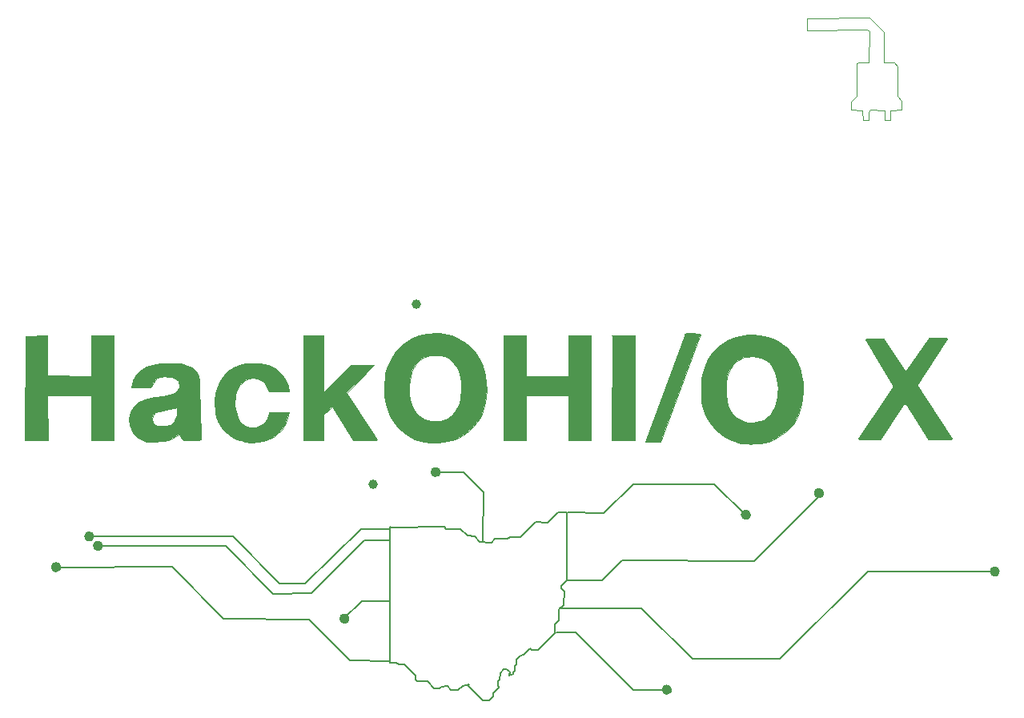
<source format=gbr>
%TF.GenerationSoftware,KiCad,Pcbnew,(5.1.10)-1*%
%TF.CreationDate,2022-09-07T22:56:21-04:00*%
%TF.ProjectId,HACK Badges,4841434b-2042-4616-9467-65732e6b6963,rev?*%
%TF.SameCoordinates,Original*%
%TF.FileFunction,Soldermask,Top*%
%TF.FilePolarity,Negative*%
%FSLAX46Y46*%
G04 Gerber Fmt 4.6, Leading zero omitted, Abs format (unit mm)*
G04 Created by KiCad (PCBNEW (5.1.10)-1) date 2022-09-07 22:56:21*
%MOMM*%
%LPD*%
G01*
G04 APERTURE LIST*
%ADD10C,0.150000*%
%ADD11C,0.100000*%
%ADD12C,0.120000*%
%ADD13R,1.000000X1.000000*%
%ADD14C,1.000000*%
%ADD15C,0.254000*%
G04 APERTURE END LIST*
D10*
X204590000Y-119760000D02*
G75*
G03*
X204590000Y-119760000I-450000J0D01*
G01*
D11*
G36*
X204460000Y-119410000D02*
G01*
X204560000Y-119640000D01*
X204570000Y-119870000D01*
X204470000Y-120090000D01*
X204250000Y-120170000D01*
X203960000Y-120190000D01*
X203770000Y-120060000D01*
X203700000Y-119820000D01*
X203710000Y-119570000D01*
X203790000Y-119450000D01*
X203910000Y-119370000D01*
X204190000Y-119320000D01*
X204460000Y-119410000D01*
G37*
X204460000Y-119410000D02*
X204560000Y-119640000D01*
X204570000Y-119870000D01*
X204470000Y-120090000D01*
X204250000Y-120170000D01*
X203960000Y-120190000D01*
X203770000Y-120060000D01*
X203700000Y-119820000D01*
X203710000Y-119570000D01*
X203790000Y-119450000D01*
X203910000Y-119370000D01*
X204190000Y-119320000D01*
X204460000Y-119410000D01*
D10*
X169900000Y-132260000D02*
G75*
G03*
X169900000Y-132260000I-450000J0D01*
G01*
D11*
G36*
X169770000Y-131910000D02*
G01*
X169870000Y-132140000D01*
X169880000Y-132370000D01*
X169780000Y-132590000D01*
X169560000Y-132670000D01*
X169270000Y-132690000D01*
X169080000Y-132560000D01*
X169010000Y-132320000D01*
X169020000Y-132070000D01*
X169100000Y-131950000D01*
X169220000Y-131870000D01*
X169500000Y-131820000D01*
X169770000Y-131910000D01*
G37*
X169770000Y-131910000D02*
X169870000Y-132140000D01*
X169880000Y-132370000D01*
X169780000Y-132590000D01*
X169560000Y-132670000D01*
X169270000Y-132690000D01*
X169080000Y-132560000D01*
X169010000Y-132320000D01*
X169020000Y-132070000D01*
X169100000Y-131950000D01*
X169220000Y-131870000D01*
X169500000Y-131820000D01*
X169770000Y-131910000D01*
D10*
X185990000Y-111460000D02*
G75*
G03*
X185990000Y-111460000I-450000J0D01*
G01*
D11*
G36*
X185860000Y-111110000D02*
G01*
X185960000Y-111340000D01*
X185970000Y-111570000D01*
X185870000Y-111790000D01*
X185650000Y-111870000D01*
X185360000Y-111890000D01*
X185170000Y-111760000D01*
X185100000Y-111520000D01*
X185110000Y-111270000D01*
X185190000Y-111150000D01*
X185310000Y-111070000D01*
X185590000Y-111020000D01*
X185860000Y-111110000D01*
G37*
X185860000Y-111110000D02*
X185960000Y-111340000D01*
X185970000Y-111570000D01*
X185870000Y-111790000D01*
X185650000Y-111870000D01*
X185360000Y-111890000D01*
X185170000Y-111760000D01*
X185100000Y-111520000D01*
X185110000Y-111270000D01*
X185190000Y-111150000D01*
X185310000Y-111070000D01*
X185590000Y-111020000D01*
X185860000Y-111110000D01*
D10*
X178270000Y-113750000D02*
G75*
G03*
X178270000Y-113750000I-450000J0D01*
G01*
D11*
G36*
X178140000Y-113400000D02*
G01*
X178240000Y-113630000D01*
X178250000Y-113860000D01*
X178150000Y-114080000D01*
X177930000Y-114160000D01*
X177640000Y-114180000D01*
X177450000Y-114050000D01*
X177380000Y-113810000D01*
X177390000Y-113560000D01*
X177470000Y-113440000D01*
X177590000Y-113360000D01*
X177870000Y-113310000D01*
X178140000Y-113400000D01*
G37*
X178140000Y-113400000D02*
X178240000Y-113630000D01*
X178250000Y-113860000D01*
X178150000Y-114080000D01*
X177930000Y-114160000D01*
X177640000Y-114180000D01*
X177450000Y-114050000D01*
X177380000Y-113810000D01*
X177390000Y-113560000D01*
X177470000Y-113440000D01*
X177590000Y-113360000D01*
X177870000Y-113310000D01*
X178140000Y-113400000D01*
D10*
X145460000Y-109240000D02*
G75*
G03*
X145460000Y-109240000I-450000J0D01*
G01*
D11*
G36*
X145330000Y-108890000D02*
G01*
X145430000Y-109120000D01*
X145440000Y-109350000D01*
X145340000Y-109570000D01*
X145120000Y-109650000D01*
X144830000Y-109670000D01*
X144640000Y-109540000D01*
X144570000Y-109300000D01*
X144580000Y-109050000D01*
X144660000Y-108930000D01*
X144780000Y-108850000D01*
X145060000Y-108800000D01*
X145330000Y-108890000D01*
G37*
X145330000Y-108890000D02*
X145430000Y-109120000D01*
X145440000Y-109350000D01*
X145340000Y-109570000D01*
X145120000Y-109650000D01*
X144830000Y-109670000D01*
X144640000Y-109540000D01*
X144570000Y-109300000D01*
X144580000Y-109050000D01*
X144660000Y-108930000D01*
X144780000Y-108850000D01*
X145060000Y-108800000D01*
X145330000Y-108890000D01*
D10*
X135800000Y-124750000D02*
G75*
G03*
X135800000Y-124750000I-450000J0D01*
G01*
D11*
G36*
X135670000Y-124400000D02*
G01*
X135770000Y-124630000D01*
X135780000Y-124860000D01*
X135680000Y-125080000D01*
X135460000Y-125160000D01*
X135170000Y-125180000D01*
X134980000Y-125050000D01*
X134910000Y-124810000D01*
X134920000Y-124560000D01*
X135000000Y-124440000D01*
X135120000Y-124360000D01*
X135400000Y-124310000D01*
X135670000Y-124400000D01*
G37*
X135670000Y-124400000D02*
X135770000Y-124630000D01*
X135780000Y-124860000D01*
X135680000Y-125080000D01*
X135460000Y-125160000D01*
X135170000Y-125180000D01*
X134980000Y-125050000D01*
X134910000Y-124810000D01*
X134920000Y-124560000D01*
X135000000Y-124440000D01*
X135120000Y-124360000D01*
X135400000Y-124310000D01*
X135670000Y-124400000D01*
D10*
X108830000Y-116050000D02*
G75*
G03*
X108830000Y-116050000I-450000J0D01*
G01*
D11*
G36*
X108700000Y-115700000D02*
G01*
X108800000Y-115930000D01*
X108810000Y-116160000D01*
X108710000Y-116380000D01*
X108490000Y-116460000D01*
X108200000Y-116480000D01*
X108010000Y-116350000D01*
X107940000Y-116110000D01*
X107950000Y-115860000D01*
X108030000Y-115740000D01*
X108150000Y-115660000D01*
X108430000Y-115610000D01*
X108700000Y-115700000D01*
G37*
X108700000Y-115700000D02*
X108800000Y-115930000D01*
X108810000Y-116160000D01*
X108710000Y-116380000D01*
X108490000Y-116460000D01*
X108200000Y-116480000D01*
X108010000Y-116350000D01*
X107940000Y-116110000D01*
X107950000Y-115860000D01*
X108030000Y-115740000D01*
X108150000Y-115660000D01*
X108430000Y-115610000D01*
X108700000Y-115700000D01*
D10*
X109740000Y-117040000D02*
G75*
G03*
X109740000Y-117040000I-450000J0D01*
G01*
D11*
G36*
X109610000Y-116690000D02*
G01*
X109710000Y-116920000D01*
X109720000Y-117150000D01*
X109620000Y-117370000D01*
X109400000Y-117450000D01*
X109110000Y-117470000D01*
X108920000Y-117340000D01*
X108850000Y-117100000D01*
X108860000Y-116850000D01*
X108940000Y-116730000D01*
X109060000Y-116650000D01*
X109340000Y-116600000D01*
X109610000Y-116690000D01*
G37*
X109610000Y-116690000D02*
X109710000Y-116920000D01*
X109720000Y-117150000D01*
X109620000Y-117370000D01*
X109400000Y-117450000D01*
X109110000Y-117470000D01*
X108920000Y-117340000D01*
X108850000Y-117100000D01*
X108860000Y-116850000D01*
X108940000Y-116730000D01*
X109060000Y-116650000D01*
X109340000Y-116600000D01*
X109610000Y-116690000D01*
D10*
X105320000Y-119300000D02*
G75*
G03*
X105320000Y-119300000I-450000J0D01*
G01*
D11*
G36*
X105190000Y-118950000D02*
G01*
X105290000Y-119180000D01*
X105300000Y-119410000D01*
X105200000Y-119630000D01*
X104980000Y-119710000D01*
X104690000Y-119730000D01*
X104500000Y-119600000D01*
X104430000Y-119360000D01*
X104440000Y-119110000D01*
X104520000Y-118990000D01*
X104640000Y-118910000D01*
X104920000Y-118860000D01*
X105190000Y-118950000D01*
G37*
X105190000Y-118950000D02*
X105290000Y-119180000D01*
X105300000Y-119410000D01*
X105200000Y-119630000D01*
X104980000Y-119710000D01*
X104690000Y-119730000D01*
X104500000Y-119600000D01*
X104430000Y-119360000D01*
X104440000Y-119110000D01*
X104520000Y-118990000D01*
X104640000Y-118910000D01*
X104920000Y-118860000D01*
X105190000Y-118950000D01*
D10*
X150050000Y-111420000D02*
X150030000Y-116560000D01*
X147960000Y-109240000D02*
X150050000Y-111420000D01*
X145170000Y-109310000D02*
X147960000Y-109240000D01*
X174460000Y-110500000D02*
X177740000Y-113780000D01*
X165900000Y-110540000D02*
X174460000Y-110500000D01*
X162830000Y-113620000D02*
X165900000Y-110540000D01*
X158960000Y-113530000D02*
X162830000Y-113620000D01*
X162640000Y-120700000D02*
X158840000Y-120670000D01*
X164750000Y-118590000D02*
X162640000Y-120700000D01*
X178720000Y-118660000D02*
X164750000Y-118590000D01*
X185480000Y-111930000D02*
X178720000Y-118660000D01*
X185450000Y-111400000D02*
X185480000Y-111930000D01*
X190710000Y-119770000D02*
X204170000Y-119790000D01*
X181380000Y-129030000D02*
X190710000Y-119770000D01*
X172190000Y-129030000D02*
X181380000Y-129030000D01*
X166740000Y-123640000D02*
X172190000Y-129030000D01*
X158290000Y-123640000D02*
X166740000Y-123640000D01*
X165920000Y-132320000D02*
X169330000Y-132320000D01*
X159860000Y-126230000D02*
X165920000Y-132320000D01*
X157760000Y-126200000D02*
X159860000Y-126230000D01*
X117120000Y-119270000D02*
X104790000Y-119310000D01*
X122610000Y-124800000D02*
X117120000Y-119270000D01*
X131650000Y-124820000D02*
X122610000Y-124800000D01*
X135980000Y-129190000D02*
X131650000Y-124820000D01*
X140170000Y-129230000D02*
X135980000Y-129190000D01*
X137260000Y-122870000D02*
X135270000Y-124790000D01*
X140190000Y-122870000D02*
X137260000Y-122870000D01*
X137490000Y-116440000D02*
X140150000Y-116500000D01*
X131880000Y-122060000D02*
X137490000Y-116440000D01*
X127860000Y-122100000D02*
X131880000Y-122060000D01*
X122840000Y-117080000D02*
X127860000Y-122100000D01*
X109250000Y-117100000D02*
X122840000Y-117080000D01*
X123560000Y-116080000D02*
X108330000Y-116080000D01*
X128490000Y-121010000D02*
X123560000Y-116080000D01*
X131240000Y-121010000D02*
X128490000Y-121010000D01*
X137110000Y-115320000D02*
X131240000Y-121010000D01*
X140170000Y-115260000D02*
X137110000Y-115320000D01*
D12*
X184260000Y-62520000D02*
X184260000Y-61250000D01*
X190680000Y-62490000D02*
X184260000Y-62520000D01*
X190890000Y-62660000D02*
X190680000Y-62490000D01*
X190840000Y-65910000D02*
X190890000Y-62660000D01*
X189760000Y-65910000D02*
X190840000Y-65910000D01*
X189580000Y-66030000D02*
X189760000Y-65910000D01*
X189560000Y-69470000D02*
X189580000Y-66030000D01*
X188980000Y-70060000D02*
X189560000Y-69470000D01*
X188980000Y-70950000D02*
X188980000Y-70060000D01*
X190150000Y-71030000D02*
X188980000Y-70950000D01*
X190230000Y-72050000D02*
X190150000Y-71030000D01*
X190790000Y-72030000D02*
X190230000Y-72050000D01*
X190810000Y-71150000D02*
X190790000Y-72030000D01*
X191010000Y-70950000D02*
X190810000Y-71150000D01*
X192480000Y-70960000D02*
X191010000Y-70950000D01*
X192500000Y-72040000D02*
X192480000Y-70960000D01*
X193090000Y-72040000D02*
X192500000Y-72040000D01*
X193110000Y-70960000D02*
X193090000Y-72040000D01*
X194270000Y-70930000D02*
X193110000Y-70960000D01*
X194300000Y-69980000D02*
X194270000Y-70930000D01*
X193850000Y-69470000D02*
X194300000Y-69980000D01*
X193850000Y-66310000D02*
X193850000Y-69470000D01*
X193510000Y-65950000D02*
X193850000Y-66310000D01*
X192390000Y-65920000D02*
X193510000Y-65950000D01*
X192390000Y-62720000D02*
X192390000Y-65920000D01*
X190890000Y-61190000D02*
X192390000Y-62720000D01*
X184270000Y-61240000D02*
X190890000Y-61190000D01*
D10*
X140300000Y-115080000D02*
X140230000Y-115070000D01*
X140250000Y-115060000D02*
X140300000Y-115080000D01*
X140210000Y-115070000D02*
X140250000Y-115060000D01*
X140180000Y-129390000D02*
X140210000Y-115070000D01*
X140890000Y-129380000D02*
X140180000Y-129390000D01*
X141100000Y-129570000D02*
X140890000Y-129380000D01*
X141680000Y-129580000D02*
X141100000Y-129570000D01*
X142900000Y-130760000D02*
X141680000Y-129580000D01*
X142920000Y-131160000D02*
X142900000Y-130760000D01*
X143060000Y-131330000D02*
X142920000Y-131160000D01*
X144150000Y-131360000D02*
X143060000Y-131330000D01*
X144880000Y-132110000D02*
X144150000Y-131360000D01*
X145460000Y-132110000D02*
X144880000Y-132110000D01*
X145570000Y-131920000D02*
X145460000Y-132110000D01*
X146250000Y-131910000D02*
X145570000Y-131920000D01*
X146650000Y-132300000D02*
X146250000Y-131910000D01*
X147410000Y-132310000D02*
X146650000Y-132300000D01*
X147870000Y-131850000D02*
X147410000Y-132310000D01*
X148540000Y-131670000D02*
X147870000Y-131850000D01*
X148450000Y-131860000D02*
X148540000Y-131670000D01*
X150030000Y-133380000D02*
X148450000Y-131860000D01*
X150700000Y-133360000D02*
X150030000Y-133380000D01*
X151080000Y-132980000D02*
X150700000Y-133360000D01*
X151140000Y-132650000D02*
X151080000Y-132980000D01*
X151680000Y-132080000D02*
X151140000Y-132650000D01*
X151580000Y-131830000D02*
X151680000Y-132080000D01*
X151590000Y-131370000D02*
X151580000Y-131830000D01*
X151800000Y-131160000D02*
X151590000Y-131370000D01*
X151840000Y-130540000D02*
X151800000Y-131160000D01*
X152230000Y-130130000D02*
X151840000Y-130540000D01*
X152480000Y-130060000D02*
X152230000Y-130130000D01*
X152870000Y-130390000D02*
X152480000Y-130060000D01*
X152810000Y-130770000D02*
X152870000Y-130390000D01*
X153230000Y-130600000D02*
X152810000Y-130770000D01*
X153240000Y-130430000D02*
X153230000Y-130600000D01*
X153400000Y-130230000D02*
X153240000Y-130430000D01*
X153410000Y-129720000D02*
X153400000Y-130230000D01*
X153550000Y-129580000D02*
X153410000Y-129720000D01*
X153570000Y-129050000D02*
X153550000Y-129580000D01*
X153960000Y-128630000D02*
X153570000Y-129050000D01*
X154290000Y-128590000D02*
X153960000Y-128630000D01*
X154990000Y-127920000D02*
X154290000Y-128590000D01*
X155210000Y-128100000D02*
X154990000Y-127920000D01*
X155870000Y-128100000D02*
X155210000Y-128100000D01*
X157660000Y-126330000D02*
X155870000Y-128100000D01*
X157660000Y-125320000D02*
X157660000Y-126330000D01*
X158060000Y-124900000D02*
X157660000Y-125320000D01*
X158080000Y-123760000D02*
X158060000Y-124900000D01*
X158540000Y-123340000D02*
X158080000Y-123760000D01*
X158620000Y-121850000D02*
X158540000Y-123340000D01*
X158290000Y-121520000D02*
X158620000Y-121850000D01*
X158320000Y-121270000D02*
X158290000Y-121520000D01*
X158910000Y-120690000D02*
X158320000Y-121270000D01*
X158930000Y-113500000D02*
X158910000Y-120690000D01*
X157940000Y-113520000D02*
X158930000Y-113500000D01*
X156860000Y-114570000D02*
X157940000Y-113520000D01*
X155590000Y-114550000D02*
X156860000Y-114570000D01*
X153970000Y-116150000D02*
X155590000Y-114550000D01*
X152880000Y-116120000D02*
X153970000Y-116150000D01*
X152660000Y-116330000D02*
X152880000Y-116120000D01*
X151280000Y-116340000D02*
X152660000Y-116330000D01*
X150910000Y-116680000D02*
X151280000Y-116340000D01*
X149690000Y-116630000D02*
X150910000Y-116680000D01*
X149120000Y-116020000D02*
X149690000Y-116630000D01*
X148380000Y-116000000D02*
X149120000Y-116020000D01*
X147640000Y-115300000D02*
X148380000Y-116000000D01*
X146130000Y-115310000D02*
X147640000Y-115300000D01*
X145920000Y-115050000D02*
X146130000Y-115310000D01*
X140240000Y-115080000D02*
X145920000Y-115050000D01*
D11*
G36*
X110950000Y-105900000D02*
G01*
X108570000Y-105880000D01*
X108590000Y-101110000D01*
X103950000Y-101130000D01*
X104000000Y-105900000D01*
X101580000Y-105870000D01*
X101620000Y-94860000D01*
X103950000Y-94800000D01*
X103960000Y-99060000D01*
X108610000Y-99080000D01*
X108610000Y-94820000D01*
X110970000Y-94800000D01*
X110950000Y-105900000D01*
G37*
X110950000Y-105900000D02*
X108570000Y-105880000D01*
X108590000Y-101110000D01*
X103950000Y-101130000D01*
X104000000Y-105900000D01*
X101580000Y-105870000D01*
X101620000Y-94860000D01*
X103950000Y-94800000D01*
X103960000Y-99060000D01*
X108610000Y-99080000D01*
X108610000Y-94820000D01*
X110970000Y-94800000D01*
X110950000Y-105900000D01*
G36*
X179250000Y-94770000D02*
G01*
X179760000Y-94850000D01*
X180400000Y-95030000D01*
X181050000Y-95330000D01*
X181630000Y-95690000D01*
X182230000Y-96190000D01*
X182630000Y-96620000D01*
X183070000Y-97280000D01*
X183360000Y-97860000D01*
X183580000Y-98500000D01*
X183720000Y-99120000D01*
X183830000Y-99800000D01*
X183870000Y-100700000D01*
X183810000Y-101420000D01*
X183730000Y-102050000D01*
X183570000Y-102650000D01*
X183360000Y-103230000D01*
X183130000Y-103690000D01*
X182830000Y-104150000D01*
X182490000Y-104560000D01*
X182090000Y-104950000D01*
X181620000Y-105310000D01*
X181060000Y-105660000D01*
X180770000Y-105810000D01*
X180520000Y-105930000D01*
X180180000Y-106050000D01*
X179800000Y-106140000D01*
X179270000Y-106220000D01*
X178870000Y-106240000D01*
X178500000Y-106250000D01*
X178470000Y-104030000D01*
X178540000Y-104020000D01*
X178990000Y-103970000D01*
X179320000Y-103880000D01*
X179720000Y-103730000D01*
X180100000Y-103470000D01*
X180360000Y-103240000D01*
X180610000Y-102920000D01*
X180850000Y-102490000D01*
X180990000Y-102090000D01*
X181090000Y-101660000D01*
X181150000Y-101340000D01*
X181200000Y-100880000D01*
X181220000Y-100410000D01*
X181190000Y-99840000D01*
X181110000Y-99350000D01*
X180910000Y-98690000D01*
X180650000Y-98200000D01*
X180290000Y-97700000D01*
X179970000Y-97420000D01*
X179490000Y-97150000D01*
X178930000Y-97050000D01*
X178520000Y-97030000D01*
X177930000Y-97060000D01*
X177630000Y-97120000D01*
X177340000Y-97210000D01*
X177030000Y-97380000D01*
X176770000Y-97570000D01*
X176440000Y-97910000D01*
X176210000Y-98270000D01*
X175990000Y-98720000D01*
X175850000Y-99210000D01*
X175770000Y-99680000D01*
X175710000Y-100150000D01*
X175710000Y-100630000D01*
X175730000Y-101110000D01*
X175800000Y-101670000D01*
X175950000Y-102220000D01*
X176200000Y-102770000D01*
X176460000Y-103120000D01*
X176720000Y-103390000D01*
X177000000Y-103600000D01*
X177310000Y-103780000D01*
X177680000Y-103920000D01*
X178060000Y-104000000D01*
X178370000Y-104020000D01*
X178450000Y-104010000D01*
X178490000Y-106270000D01*
X177970000Y-106260000D01*
X177290000Y-106190000D01*
X176330000Y-105900000D01*
X175730000Y-105610000D01*
X175110000Y-105180000D01*
X174620000Y-104760000D01*
X174220000Y-104280000D01*
X173810000Y-103690000D01*
X173550000Y-103230000D01*
X173370000Y-102740000D01*
X173140000Y-101880000D01*
X173080000Y-101270000D01*
X173090000Y-100130000D01*
X173120000Y-99490000D01*
X173190000Y-98990000D01*
X173340000Y-98410000D01*
X173820000Y-97370000D01*
X174140000Y-96820000D01*
X174610000Y-96260000D01*
X175180000Y-95780000D01*
X175930000Y-95290000D01*
X176750000Y-94950000D01*
X177680000Y-94790000D01*
X178550000Y-94750000D01*
X178580000Y-94750000D01*
X179250000Y-94770000D01*
G37*
X179250000Y-94770000D02*
X179760000Y-94850000D01*
X180400000Y-95030000D01*
X181050000Y-95330000D01*
X181630000Y-95690000D01*
X182230000Y-96190000D01*
X182630000Y-96620000D01*
X183070000Y-97280000D01*
X183360000Y-97860000D01*
X183580000Y-98500000D01*
X183720000Y-99120000D01*
X183830000Y-99800000D01*
X183870000Y-100700000D01*
X183810000Y-101420000D01*
X183730000Y-102050000D01*
X183570000Y-102650000D01*
X183360000Y-103230000D01*
X183130000Y-103690000D01*
X182830000Y-104150000D01*
X182490000Y-104560000D01*
X182090000Y-104950000D01*
X181620000Y-105310000D01*
X181060000Y-105660000D01*
X180770000Y-105810000D01*
X180520000Y-105930000D01*
X180180000Y-106050000D01*
X179800000Y-106140000D01*
X179270000Y-106220000D01*
X178870000Y-106240000D01*
X178500000Y-106250000D01*
X178470000Y-104030000D01*
X178540000Y-104020000D01*
X178990000Y-103970000D01*
X179320000Y-103880000D01*
X179720000Y-103730000D01*
X180100000Y-103470000D01*
X180360000Y-103240000D01*
X180610000Y-102920000D01*
X180850000Y-102490000D01*
X180990000Y-102090000D01*
X181090000Y-101660000D01*
X181150000Y-101340000D01*
X181200000Y-100880000D01*
X181220000Y-100410000D01*
X181190000Y-99840000D01*
X181110000Y-99350000D01*
X180910000Y-98690000D01*
X180650000Y-98200000D01*
X180290000Y-97700000D01*
X179970000Y-97420000D01*
X179490000Y-97150000D01*
X178930000Y-97050000D01*
X178520000Y-97030000D01*
X177930000Y-97060000D01*
X177630000Y-97120000D01*
X177340000Y-97210000D01*
X177030000Y-97380000D01*
X176770000Y-97570000D01*
X176440000Y-97910000D01*
X176210000Y-98270000D01*
X175990000Y-98720000D01*
X175850000Y-99210000D01*
X175770000Y-99680000D01*
X175710000Y-100150000D01*
X175710000Y-100630000D01*
X175730000Y-101110000D01*
X175800000Y-101670000D01*
X175950000Y-102220000D01*
X176200000Y-102770000D01*
X176460000Y-103120000D01*
X176720000Y-103390000D01*
X177000000Y-103600000D01*
X177310000Y-103780000D01*
X177680000Y-103920000D01*
X178060000Y-104000000D01*
X178370000Y-104020000D01*
X178450000Y-104010000D01*
X178490000Y-106270000D01*
X177970000Y-106260000D01*
X177290000Y-106190000D01*
X176330000Y-105900000D01*
X175730000Y-105610000D01*
X175110000Y-105180000D01*
X174620000Y-104760000D01*
X174220000Y-104280000D01*
X173810000Y-103690000D01*
X173550000Y-103230000D01*
X173370000Y-102740000D01*
X173140000Y-101880000D01*
X173080000Y-101270000D01*
X173090000Y-100130000D01*
X173120000Y-99490000D01*
X173190000Y-98990000D01*
X173340000Y-98410000D01*
X173820000Y-97370000D01*
X174140000Y-96820000D01*
X174610000Y-96260000D01*
X175180000Y-95780000D01*
X175930000Y-95290000D01*
X176750000Y-94950000D01*
X177680000Y-94790000D01*
X178550000Y-94750000D01*
X178580000Y-94750000D01*
X179250000Y-94770000D01*
G36*
X172970000Y-94640000D02*
G01*
X173040000Y-94750000D01*
X172990000Y-94880000D01*
X168830000Y-106020000D01*
X167160000Y-106050000D01*
X171389272Y-94629843D01*
X172560000Y-94610000D01*
X172970000Y-94640000D01*
G37*
X172970000Y-94640000D02*
X173040000Y-94750000D01*
X172990000Y-94880000D01*
X168830000Y-106020000D01*
X167160000Y-106050000D01*
X171389272Y-94629843D01*
X172560000Y-94610000D01*
X172970000Y-94640000D01*
G36*
X171389272Y-94629843D02*
G01*
X171380000Y-94630000D01*
X171390117Y-94627562D01*
X171389272Y-94629843D01*
G37*
X171389272Y-94629843D02*
X171380000Y-94630000D01*
X171390117Y-94627562D01*
X171389272Y-94629843D01*
G36*
X166077302Y-105908000D02*
G01*
X163677302Y-105908000D01*
X163680000Y-94810000D01*
X163677302Y-94808000D01*
X166077302Y-94808000D01*
X166077302Y-105908000D01*
G37*
X166077302Y-105908000D02*
X163677302Y-105908000D01*
X163680000Y-94810000D01*
X163677302Y-94808000D01*
X166077302Y-94808000D01*
X166077302Y-105908000D01*
G36*
X154577302Y-99108000D02*
G01*
X159077302Y-99108000D01*
X159077302Y-94808000D01*
X161477302Y-94808000D01*
X161477302Y-105908000D01*
X159077302Y-105908000D01*
X159077302Y-101108000D01*
X154577302Y-101108000D01*
X154577302Y-105908000D01*
X152177302Y-105908000D01*
X152177302Y-94808000D01*
X154577302Y-94808000D01*
X154577302Y-99108000D01*
G37*
X154577302Y-99108000D02*
X159077302Y-99108000D01*
X159077302Y-94808000D01*
X161477302Y-94808000D01*
X161477302Y-105908000D01*
X159077302Y-105908000D01*
X159077302Y-101108000D01*
X154577302Y-101108000D01*
X154577302Y-105908000D01*
X152177302Y-105908000D01*
X152177302Y-94808000D01*
X154577302Y-94808000D01*
X154577302Y-99108000D01*
G36*
X145770000Y-94640000D02*
G01*
X146280000Y-94720000D01*
X146920000Y-94900000D01*
X147570000Y-95200000D01*
X148150000Y-95560000D01*
X148750000Y-96060000D01*
X149150000Y-96490000D01*
X149590000Y-97150000D01*
X149880000Y-97730000D01*
X150100000Y-98370000D01*
X150240000Y-98990000D01*
X150350000Y-99670000D01*
X150390000Y-100570000D01*
X150330000Y-101290000D01*
X150250000Y-101920000D01*
X150090000Y-102520000D01*
X149880000Y-103100000D01*
X149650000Y-103560000D01*
X149350000Y-104020000D01*
X149010000Y-104430000D01*
X148610000Y-104820000D01*
X148140000Y-105180000D01*
X147580000Y-105530000D01*
X147290000Y-105680000D01*
X147040000Y-105800000D01*
X146700000Y-105920000D01*
X146320000Y-106010000D01*
X145790000Y-106090000D01*
X145390000Y-106110000D01*
X145020000Y-106120000D01*
X144990000Y-103900000D01*
X145060000Y-103890000D01*
X145510000Y-103840000D01*
X145840000Y-103750000D01*
X146240000Y-103600000D01*
X146620000Y-103340000D01*
X146880000Y-103110000D01*
X147130000Y-102790000D01*
X147370000Y-102360000D01*
X147510000Y-101960000D01*
X147610000Y-101530000D01*
X147670000Y-101210000D01*
X147720000Y-100750000D01*
X147740000Y-100280000D01*
X147710000Y-99710000D01*
X147630000Y-99220000D01*
X147430000Y-98560000D01*
X147170000Y-98070000D01*
X146810000Y-97570000D01*
X146490000Y-97290000D01*
X146010000Y-97020000D01*
X145450000Y-96920000D01*
X145040000Y-96900000D01*
X144450000Y-96930000D01*
X144150000Y-96990000D01*
X143860000Y-97080000D01*
X143550000Y-97250000D01*
X143290000Y-97440000D01*
X142960000Y-97780000D01*
X142730000Y-98140000D01*
X142510000Y-98590000D01*
X142370000Y-99080000D01*
X142290000Y-99550000D01*
X142230000Y-100020000D01*
X142230000Y-100500000D01*
X142250000Y-100980000D01*
X142320000Y-101540000D01*
X142470000Y-102090000D01*
X142720000Y-102640000D01*
X142980000Y-102990000D01*
X143240000Y-103260000D01*
X143520000Y-103470000D01*
X143830000Y-103650000D01*
X144200000Y-103790000D01*
X144580000Y-103870000D01*
X144890000Y-103890000D01*
X144970000Y-103880000D01*
X145010000Y-106140000D01*
X144490000Y-106130000D01*
X143810000Y-106060000D01*
X142850000Y-105770000D01*
X142250000Y-105480000D01*
X141630000Y-105050000D01*
X141140000Y-104630000D01*
X140740000Y-104150000D01*
X140330000Y-103560000D01*
X140070000Y-103100000D01*
X139890000Y-102610000D01*
X139660000Y-101750000D01*
X139600000Y-101140000D01*
X139610000Y-100000000D01*
X139640000Y-99360000D01*
X139710000Y-98860000D01*
X139860000Y-98280000D01*
X140340000Y-97240000D01*
X140660000Y-96690000D01*
X141130000Y-96130000D01*
X141700000Y-95650000D01*
X142450000Y-95160000D01*
X143270000Y-94820000D01*
X144200000Y-94660000D01*
X145070000Y-94620000D01*
X145100000Y-94620000D01*
X145770000Y-94640000D01*
G37*
X145770000Y-94640000D02*
X146280000Y-94720000D01*
X146920000Y-94900000D01*
X147570000Y-95200000D01*
X148150000Y-95560000D01*
X148750000Y-96060000D01*
X149150000Y-96490000D01*
X149590000Y-97150000D01*
X149880000Y-97730000D01*
X150100000Y-98370000D01*
X150240000Y-98990000D01*
X150350000Y-99670000D01*
X150390000Y-100570000D01*
X150330000Y-101290000D01*
X150250000Y-101920000D01*
X150090000Y-102520000D01*
X149880000Y-103100000D01*
X149650000Y-103560000D01*
X149350000Y-104020000D01*
X149010000Y-104430000D01*
X148610000Y-104820000D01*
X148140000Y-105180000D01*
X147580000Y-105530000D01*
X147290000Y-105680000D01*
X147040000Y-105800000D01*
X146700000Y-105920000D01*
X146320000Y-106010000D01*
X145790000Y-106090000D01*
X145390000Y-106110000D01*
X145020000Y-106120000D01*
X144990000Y-103900000D01*
X145060000Y-103890000D01*
X145510000Y-103840000D01*
X145840000Y-103750000D01*
X146240000Y-103600000D01*
X146620000Y-103340000D01*
X146880000Y-103110000D01*
X147130000Y-102790000D01*
X147370000Y-102360000D01*
X147510000Y-101960000D01*
X147610000Y-101530000D01*
X147670000Y-101210000D01*
X147720000Y-100750000D01*
X147740000Y-100280000D01*
X147710000Y-99710000D01*
X147630000Y-99220000D01*
X147430000Y-98560000D01*
X147170000Y-98070000D01*
X146810000Y-97570000D01*
X146490000Y-97290000D01*
X146010000Y-97020000D01*
X145450000Y-96920000D01*
X145040000Y-96900000D01*
X144450000Y-96930000D01*
X144150000Y-96990000D01*
X143860000Y-97080000D01*
X143550000Y-97250000D01*
X143290000Y-97440000D01*
X142960000Y-97780000D01*
X142730000Y-98140000D01*
X142510000Y-98590000D01*
X142370000Y-99080000D01*
X142290000Y-99550000D01*
X142230000Y-100020000D01*
X142230000Y-100500000D01*
X142250000Y-100980000D01*
X142320000Y-101540000D01*
X142470000Y-102090000D01*
X142720000Y-102640000D01*
X142980000Y-102990000D01*
X143240000Y-103260000D01*
X143520000Y-103470000D01*
X143830000Y-103650000D01*
X144200000Y-103790000D01*
X144580000Y-103870000D01*
X144890000Y-103890000D01*
X144970000Y-103880000D01*
X145010000Y-106140000D01*
X144490000Y-106130000D01*
X143810000Y-106060000D01*
X142850000Y-105770000D01*
X142250000Y-105480000D01*
X141630000Y-105050000D01*
X141140000Y-104630000D01*
X140740000Y-104150000D01*
X140330000Y-103560000D01*
X140070000Y-103100000D01*
X139890000Y-102610000D01*
X139660000Y-101750000D01*
X139600000Y-101140000D01*
X139610000Y-100000000D01*
X139640000Y-99360000D01*
X139710000Y-98860000D01*
X139860000Y-98280000D01*
X140340000Y-97240000D01*
X140660000Y-96690000D01*
X141130000Y-96130000D01*
X141700000Y-95650000D01*
X142450000Y-95160000D01*
X143270000Y-94820000D01*
X144200000Y-94660000D01*
X145070000Y-94620000D01*
X145100000Y-94620000D01*
X145770000Y-94640000D01*
G36*
X133185424Y-100858000D02*
G01*
X136027302Y-97901942D01*
X138527302Y-97909811D01*
X135577302Y-100877601D01*
X138820000Y-105790000D01*
X138740000Y-105860000D01*
X136296148Y-105908000D01*
X134057162Y-102286124D01*
X133177302Y-103149642D01*
X133177302Y-105908000D01*
X131077302Y-105908000D01*
X131077302Y-94808000D01*
X133170000Y-94810000D01*
X133177302Y-94808000D01*
X133185424Y-100858000D01*
G37*
X133185424Y-100858000D02*
X136027302Y-97901942D01*
X138527302Y-97909811D01*
X135577302Y-100877601D01*
X138820000Y-105790000D01*
X138740000Y-105860000D01*
X136296148Y-105908000D01*
X134057162Y-102286124D01*
X133177302Y-103149642D01*
X133177302Y-105908000D01*
X131077302Y-105908000D01*
X131077302Y-94808000D01*
X133170000Y-94810000D01*
X133177302Y-94808000D01*
X133185424Y-100858000D01*
G36*
X126390000Y-97760000D02*
G01*
X126860000Y-97840000D01*
X127290000Y-97960000D01*
X127810000Y-98190000D01*
X128130000Y-98390000D01*
X128440000Y-98640000D01*
X128720000Y-98920000D01*
X128980000Y-99260000D01*
X129170000Y-99580000D01*
X129310000Y-99900000D01*
X129400000Y-100200000D01*
X129486364Y-100708000D01*
X129470000Y-100700000D01*
X127410000Y-100690000D01*
X127180000Y-100170000D01*
X126980000Y-99850000D01*
X126700000Y-99580000D01*
X126420000Y-99430000D01*
X126100000Y-99340000D01*
X125700000Y-99310000D01*
X125320000Y-99350000D01*
X125060000Y-99420000D01*
X124780000Y-99590000D01*
X124500000Y-99840000D01*
X124300000Y-100060000D01*
X124100000Y-100350000D01*
X123940000Y-100730000D01*
X123850000Y-101080000D01*
X123810000Y-101390000D01*
X123780000Y-101740000D01*
X123780000Y-102040000D01*
X123790000Y-102260000D01*
X123890000Y-102840000D01*
X123980000Y-103140000D01*
X124080000Y-103450000D01*
X124190000Y-103660000D01*
X124260000Y-103810000D01*
X124390000Y-103990000D01*
X124560000Y-104140000D01*
X124790000Y-104300000D01*
X125060000Y-104420000D01*
X125350000Y-104490000D01*
X125650000Y-104510000D01*
X125930000Y-104490000D01*
X126210000Y-104430000D01*
X126510000Y-104300000D01*
X126760000Y-104150000D01*
X127034408Y-103885411D01*
X127220000Y-103610000D01*
X127320000Y-103330000D01*
X127370000Y-103050000D01*
X127400000Y-102900000D01*
X129500000Y-102910000D01*
X129380000Y-103510000D01*
X129200000Y-104040000D01*
X129010000Y-104390000D01*
X128720000Y-104800000D01*
X128280000Y-105230000D01*
X128010000Y-105440000D01*
X127720000Y-105620000D01*
X127430000Y-105750000D01*
X127080000Y-105880000D01*
X126750000Y-105980000D01*
X126300000Y-106060000D01*
X125520000Y-106100000D01*
X124860000Y-106020000D01*
X124420000Y-105920000D01*
X123940000Y-105760000D01*
X123480000Y-105530000D01*
X123040000Y-105200000D01*
X122660000Y-104870000D01*
X122350000Y-104450000D01*
X122000000Y-103850000D01*
X121840000Y-103440000D01*
X121710000Y-102890000D01*
X121690000Y-102560000D01*
X121670000Y-102070000D01*
X121680000Y-101610000D01*
X121710000Y-101100000D01*
X121810000Y-100620000D01*
X121950000Y-100200000D01*
X122130000Y-99780000D01*
X122380000Y-99360000D01*
X122620000Y-99040000D01*
X123010000Y-98620000D01*
X123270000Y-98420000D01*
X123670000Y-98170000D01*
X124120000Y-97980000D01*
X124550000Y-97860000D01*
X125060000Y-97770000D01*
X125480000Y-97730000D01*
X125890000Y-97720000D01*
X126390000Y-97760000D01*
G37*
X126390000Y-97760000D02*
X126860000Y-97840000D01*
X127290000Y-97960000D01*
X127810000Y-98190000D01*
X128130000Y-98390000D01*
X128440000Y-98640000D01*
X128720000Y-98920000D01*
X128980000Y-99260000D01*
X129170000Y-99580000D01*
X129310000Y-99900000D01*
X129400000Y-100200000D01*
X129486364Y-100708000D01*
X129470000Y-100700000D01*
X127410000Y-100690000D01*
X127180000Y-100170000D01*
X126980000Y-99850000D01*
X126700000Y-99580000D01*
X126420000Y-99430000D01*
X126100000Y-99340000D01*
X125700000Y-99310000D01*
X125320000Y-99350000D01*
X125060000Y-99420000D01*
X124780000Y-99590000D01*
X124500000Y-99840000D01*
X124300000Y-100060000D01*
X124100000Y-100350000D01*
X123940000Y-100730000D01*
X123850000Y-101080000D01*
X123810000Y-101390000D01*
X123780000Y-101740000D01*
X123780000Y-102040000D01*
X123790000Y-102260000D01*
X123890000Y-102840000D01*
X123980000Y-103140000D01*
X124080000Y-103450000D01*
X124190000Y-103660000D01*
X124260000Y-103810000D01*
X124390000Y-103990000D01*
X124560000Y-104140000D01*
X124790000Y-104300000D01*
X125060000Y-104420000D01*
X125350000Y-104490000D01*
X125650000Y-104510000D01*
X125930000Y-104490000D01*
X126210000Y-104430000D01*
X126510000Y-104300000D01*
X126760000Y-104150000D01*
X127034408Y-103885411D01*
X127220000Y-103610000D01*
X127320000Y-103330000D01*
X127370000Y-103050000D01*
X127400000Y-102900000D01*
X129500000Y-102910000D01*
X129380000Y-103510000D01*
X129200000Y-104040000D01*
X129010000Y-104390000D01*
X128720000Y-104800000D01*
X128280000Y-105230000D01*
X128010000Y-105440000D01*
X127720000Y-105620000D01*
X127430000Y-105750000D01*
X127080000Y-105880000D01*
X126750000Y-105980000D01*
X126300000Y-106060000D01*
X125520000Y-106100000D01*
X124860000Y-106020000D01*
X124420000Y-105920000D01*
X123940000Y-105760000D01*
X123480000Y-105530000D01*
X123040000Y-105200000D01*
X122660000Y-104870000D01*
X122350000Y-104450000D01*
X122000000Y-103850000D01*
X121840000Y-103440000D01*
X121710000Y-102890000D01*
X121690000Y-102560000D01*
X121670000Y-102070000D01*
X121680000Y-101610000D01*
X121710000Y-101100000D01*
X121810000Y-100620000D01*
X121950000Y-100200000D01*
X122130000Y-99780000D01*
X122380000Y-99360000D01*
X122620000Y-99040000D01*
X123010000Y-98620000D01*
X123270000Y-98420000D01*
X123670000Y-98170000D01*
X124120000Y-97980000D01*
X124550000Y-97860000D01*
X125060000Y-97770000D01*
X125480000Y-97730000D01*
X125890000Y-97720000D01*
X126390000Y-97760000D01*
G36*
X117910000Y-97770000D02*
G01*
X118400000Y-97860000D01*
X118720000Y-97970000D01*
X119070000Y-98130000D01*
X119400000Y-98370000D01*
X119660000Y-98590000D01*
X119910000Y-99060000D01*
X120030000Y-99620000D01*
X120040000Y-100220000D01*
X120210000Y-105360000D01*
X120230000Y-105800000D01*
X119910000Y-105910000D01*
X119350000Y-105910000D01*
X118720000Y-105890000D01*
X118310000Y-105850000D01*
X118120000Y-105650000D01*
X118040000Y-105300000D01*
X117860000Y-105300000D01*
X116800000Y-105860000D01*
X116110000Y-106010000D01*
X115230000Y-106070000D01*
X114460000Y-106020000D01*
X113920000Y-105840000D01*
X113460000Y-105540000D01*
X113010000Y-105110000D01*
X112810000Y-104730000D01*
X112650000Y-104290000D01*
X112590000Y-103700000D01*
X112690000Y-103160000D01*
X112830000Y-102730000D01*
X113200000Y-102220000D01*
X113720000Y-101820000D01*
X114290000Y-101590000D01*
X115320000Y-101310000D01*
X115800000Y-102830000D01*
X115390000Y-102930000D01*
X115150000Y-103240000D01*
X115040000Y-103670000D01*
X115180000Y-104160000D01*
X115650000Y-104350000D01*
X116370000Y-104370000D01*
X116970000Y-104260000D01*
X117290000Y-103980000D01*
X117510000Y-103620000D01*
X117620000Y-103250000D01*
X117690000Y-102840000D01*
X117690000Y-102420000D01*
X117350000Y-102500000D01*
X116510000Y-102680000D01*
X115800000Y-102820000D01*
X115330000Y-101310000D01*
X116240000Y-101190000D01*
X117280000Y-100990000D01*
X117700000Y-100750000D01*
X117950000Y-100320000D01*
X117940000Y-100090000D01*
X117790000Y-99650000D01*
X117540000Y-99410000D01*
X117170000Y-99230000D01*
X116770000Y-99160000D01*
X116280000Y-99130000D01*
X115940000Y-99200000D01*
X115580000Y-99320000D01*
X115340000Y-99520000D01*
X115130000Y-99860000D01*
X114950000Y-100210000D01*
X114870000Y-100300000D01*
X112850000Y-100310000D01*
X112890000Y-100040000D01*
X112980000Y-99550000D01*
X113150000Y-99240000D01*
X113360000Y-98900000D01*
X113620000Y-98670000D01*
X113940000Y-98410000D01*
X114480000Y-98110000D01*
X115080000Y-97920000D01*
X115380000Y-97830000D01*
X115990000Y-97780000D01*
X116260000Y-97730000D01*
X116840000Y-97730000D01*
X117330000Y-97720000D01*
X117910000Y-97770000D01*
G37*
X117910000Y-97770000D02*
X118400000Y-97860000D01*
X118720000Y-97970000D01*
X119070000Y-98130000D01*
X119400000Y-98370000D01*
X119660000Y-98590000D01*
X119910000Y-99060000D01*
X120030000Y-99620000D01*
X120040000Y-100220000D01*
X120210000Y-105360000D01*
X120230000Y-105800000D01*
X119910000Y-105910000D01*
X119350000Y-105910000D01*
X118720000Y-105890000D01*
X118310000Y-105850000D01*
X118120000Y-105650000D01*
X118040000Y-105300000D01*
X117860000Y-105300000D01*
X116800000Y-105860000D01*
X116110000Y-106010000D01*
X115230000Y-106070000D01*
X114460000Y-106020000D01*
X113920000Y-105840000D01*
X113460000Y-105540000D01*
X113010000Y-105110000D01*
X112810000Y-104730000D01*
X112650000Y-104290000D01*
X112590000Y-103700000D01*
X112690000Y-103160000D01*
X112830000Y-102730000D01*
X113200000Y-102220000D01*
X113720000Y-101820000D01*
X114290000Y-101590000D01*
X115320000Y-101310000D01*
X115800000Y-102830000D01*
X115390000Y-102930000D01*
X115150000Y-103240000D01*
X115040000Y-103670000D01*
X115180000Y-104160000D01*
X115650000Y-104350000D01*
X116370000Y-104370000D01*
X116970000Y-104260000D01*
X117290000Y-103980000D01*
X117510000Y-103620000D01*
X117620000Y-103250000D01*
X117690000Y-102840000D01*
X117690000Y-102420000D01*
X117350000Y-102500000D01*
X116510000Y-102680000D01*
X115800000Y-102820000D01*
X115330000Y-101310000D01*
X116240000Y-101190000D01*
X117280000Y-100990000D01*
X117700000Y-100750000D01*
X117950000Y-100320000D01*
X117940000Y-100090000D01*
X117790000Y-99650000D01*
X117540000Y-99410000D01*
X117170000Y-99230000D01*
X116770000Y-99160000D01*
X116280000Y-99130000D01*
X115940000Y-99200000D01*
X115580000Y-99320000D01*
X115340000Y-99520000D01*
X115130000Y-99860000D01*
X114950000Y-100210000D01*
X114870000Y-100300000D01*
X112850000Y-100310000D01*
X112890000Y-100040000D01*
X112980000Y-99550000D01*
X113150000Y-99240000D01*
X113360000Y-98900000D01*
X113620000Y-98670000D01*
X113940000Y-98410000D01*
X114480000Y-98110000D01*
X115080000Y-97920000D01*
X115380000Y-97830000D01*
X115990000Y-97780000D01*
X116260000Y-97730000D01*
X116840000Y-97730000D01*
X117330000Y-97720000D01*
X117910000Y-97770000D01*
D13*
%TO.C,TP9*%
X160190000Y-95270000D03*
%TD*%
%TO.C,TP7*%
X165130000Y-95280000D03*
%TD*%
%TO.C,TP10*%
X172030000Y-95080000D03*
%TD*%
%TO.C,TP8*%
X178380000Y-95220000D03*
%TD*%
%TO.C,TP3*%
X125970000Y-105560000D03*
%TD*%
%TO.C,TP5*%
X119330000Y-105390000D03*
%TD*%
%TO.C,TP4*%
X132110000Y-105460000D03*
%TD*%
%TO.C,TP11*%
X145140000Y-95080000D03*
%TD*%
%TO.C,TP6*%
X109910000Y-105440000D03*
%TD*%
D14*
%TO.C,TP1*%
X138410000Y-110510000D03*
%TD*%
%TO.C,TP2*%
X142940000Y-91530000D03*
%TD*%
D15*
X199036635Y-95144772D02*
X195873716Y-99980482D01*
X195862196Y-100002553D01*
X195855203Y-100026447D01*
X195853006Y-100051246D01*
X195855689Y-100075998D01*
X195863150Y-100099750D01*
X195873711Y-100119511D01*
X199523447Y-105700324D01*
X197169566Y-105673776D01*
X194836602Y-102070971D01*
X194821087Y-102051500D01*
X194802071Y-102035431D01*
X194776031Y-102021635D01*
X194596031Y-101951635D01*
X194572054Y-101944930D01*
X194547231Y-101943030D01*
X194522513Y-101946010D01*
X194498852Y-101953755D01*
X194477157Y-101965967D01*
X194458261Y-101982177D01*
X194443595Y-102000667D01*
X192031171Y-105703000D01*
X189816602Y-105703000D01*
X193425843Y-100260187D01*
X193441644Y-100226493D01*
X193471644Y-100126493D01*
X193476426Y-100102060D01*
X193476350Y-100077164D01*
X193471418Y-100052761D01*
X193458243Y-100023573D01*
X190523102Y-95240736D01*
X192352812Y-95188952D01*
X194543898Y-98519796D01*
X194559553Y-98539154D01*
X194578684Y-98555086D01*
X194600556Y-98566980D01*
X194624328Y-98574378D01*
X194650000Y-98577000D01*
X194800000Y-98577000D01*
X194824776Y-98574560D01*
X194848601Y-98567333D01*
X194870557Y-98555597D01*
X194889803Y-98539803D01*
X194904538Y-98522116D01*
X197246235Y-95127639D01*
X199036635Y-95144772D01*
D11*
G36*
X199036635Y-95144772D02*
G01*
X195873716Y-99980482D01*
X195862196Y-100002553D01*
X195855203Y-100026447D01*
X195853006Y-100051246D01*
X195855689Y-100075998D01*
X195863150Y-100099750D01*
X195873711Y-100119511D01*
X199523447Y-105700324D01*
X197169566Y-105673776D01*
X194836602Y-102070971D01*
X194821087Y-102051500D01*
X194802071Y-102035431D01*
X194776031Y-102021635D01*
X194596031Y-101951635D01*
X194572054Y-101944930D01*
X194547231Y-101943030D01*
X194522513Y-101946010D01*
X194498852Y-101953755D01*
X194477157Y-101965967D01*
X194458261Y-101982177D01*
X194443595Y-102000667D01*
X192031171Y-105703000D01*
X189816602Y-105703000D01*
X193425843Y-100260187D01*
X193441644Y-100226493D01*
X193471644Y-100126493D01*
X193476426Y-100102060D01*
X193476350Y-100077164D01*
X193471418Y-100052761D01*
X193458243Y-100023573D01*
X190523102Y-95240736D01*
X192352812Y-95188952D01*
X194543898Y-98519796D01*
X194559553Y-98539154D01*
X194578684Y-98555086D01*
X194600556Y-98566980D01*
X194624328Y-98574378D01*
X194650000Y-98577000D01*
X194800000Y-98577000D01*
X194824776Y-98574560D01*
X194848601Y-98567333D01*
X194870557Y-98555597D01*
X194889803Y-98539803D01*
X194904538Y-98522116D01*
X197246235Y-95127639D01*
X199036635Y-95144772D01*
G37*
M02*

</source>
